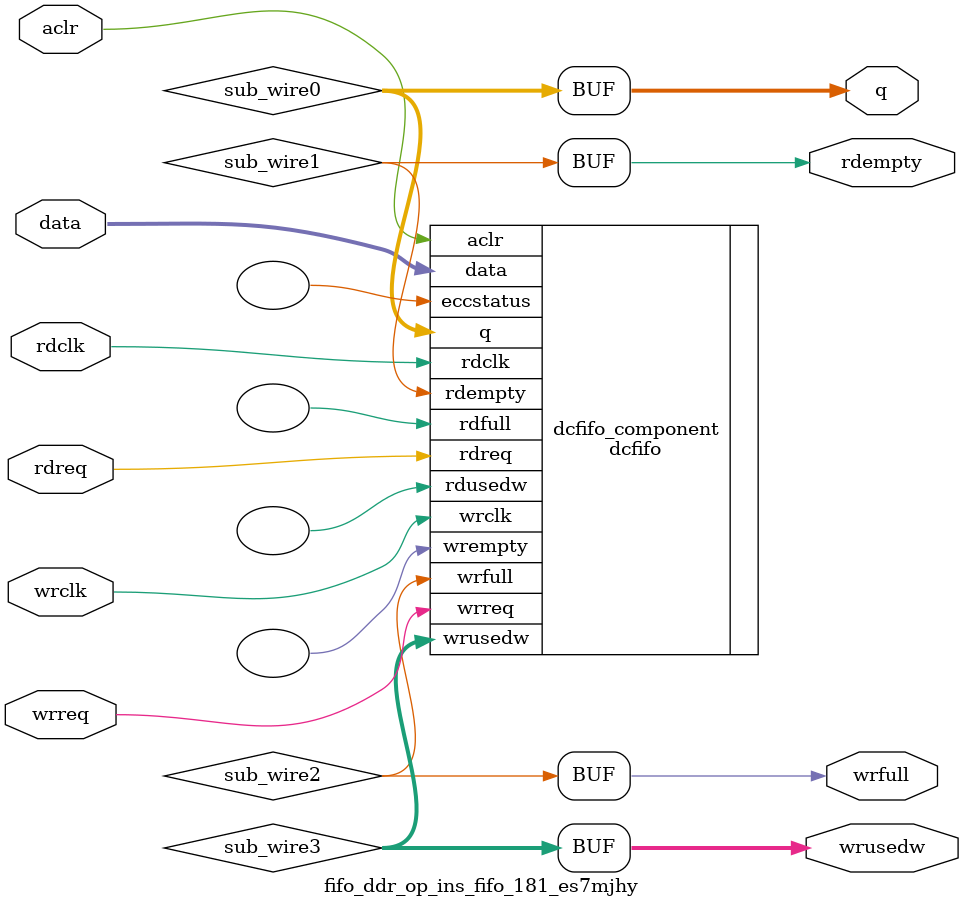
<source format=v>



`timescale 1 ps / 1 ps
// synopsys translate_on
module  fifo_ddr_op_ins_fifo_181_es7mjhy  (
    aclr,
    data,
    rdclk,
    rdreq,
    wrclk,
    wrreq,
    q,
    rdempty,
    wrfull,
    wrusedw);

    input    aclr;
    input  [546:0]  data;
    input    rdclk;
    input    rdreq;
    input    wrclk;
    input    wrreq;
    output [546:0]  q;
    output   rdempty;
    output   wrfull;
    output [5:0]  wrusedw;
`ifndef ALTERA_RESERVED_QIS
// synopsys translate_off
`endif
    tri0     aclr;
`ifndef ALTERA_RESERVED_QIS
// synopsys translate_on
`endif

    wire [546:0] sub_wire0;
    wire  sub_wire1;
    wire  sub_wire2;
    wire [5:0] sub_wire3;
    wire [546:0] q = sub_wire0[546:0];
    wire  rdempty = sub_wire1;
    wire  wrfull = sub_wire2;
    wire [5:0] wrusedw = sub_wire3[5:0];

    dcfifo  dcfifo_component (
                .aclr (aclr),
                .data (data),
                .rdclk (rdclk),
                .rdreq (rdreq),
                .wrclk (wrclk),
                .wrreq (wrreq),
                .q (sub_wire0),
                .rdempty (sub_wire1),
                .wrfull (sub_wire2),
                .wrusedw (sub_wire3),
                .eccstatus (),
                .rdfull (),
                .rdusedw (),
                .wrempty ());
    defparam
        dcfifo_component.enable_ecc  = "FALSE",
        dcfifo_component.intended_device_family  = "Arria 10",
        dcfifo_component.lpm_hint  = "DISABLE_DCFIFO_EMBEDDED_TIMING_CONSTRAINT=TRUE",
        dcfifo_component.lpm_numwords  = 64,
        dcfifo_component.lpm_showahead  = "ON",
        dcfifo_component.lpm_type  = "dcfifo",
        dcfifo_component.lpm_width  = 547,
        dcfifo_component.lpm_widthu  = 6,
        dcfifo_component.overflow_checking  = "ON",
        dcfifo_component.rdsync_delaypipe  = 6,
        dcfifo_component.read_aclr_synch  = "OFF",
        dcfifo_component.underflow_checking  = "ON",
        dcfifo_component.use_eab  = "ON",
        dcfifo_component.write_aclr_synch  = "OFF",
        dcfifo_component.wrsync_delaypipe  = 6;


endmodule



</source>
